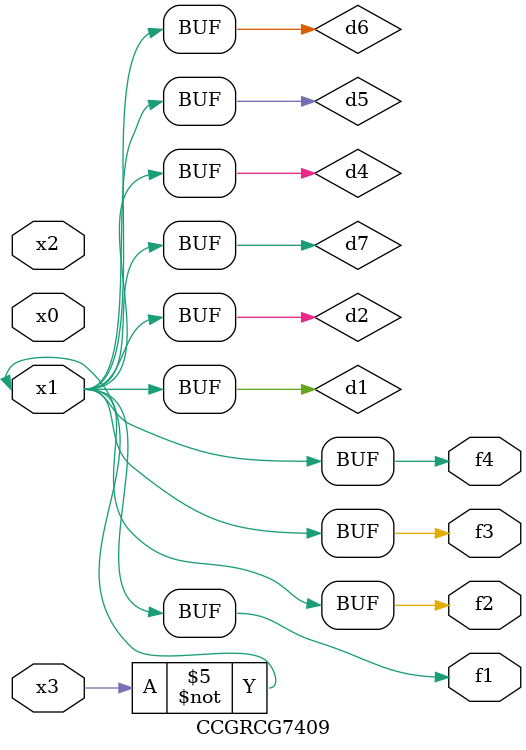
<source format=v>
module CCGRCG7409(
	input x0, x1, x2, x3,
	output f1, f2, f3, f4
);

	wire d1, d2, d3, d4, d5, d6, d7;

	not (d1, x3);
	buf (d2, x1);
	xnor (d3, d1, d2);
	nor (d4, d1);
	buf (d5, d1, d2);
	buf (d6, d4, d5);
	nand (d7, d4);
	assign f1 = d6;
	assign f2 = d7;
	assign f3 = d6;
	assign f4 = d6;
endmodule

</source>
